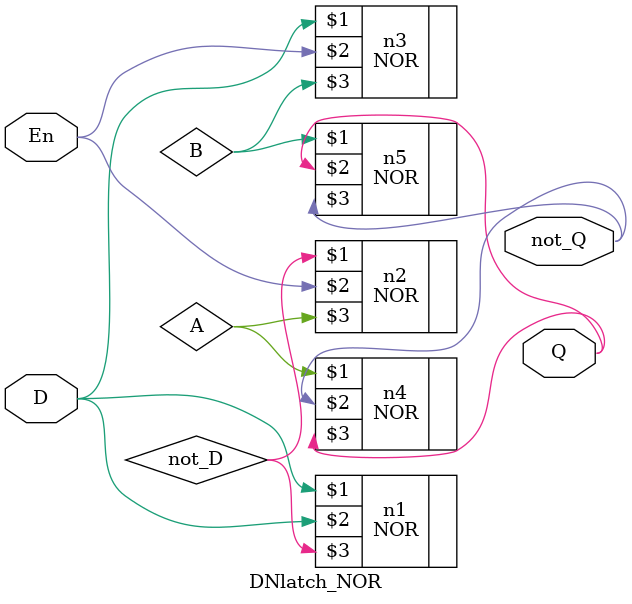
<source format=v>
`timescale 1ns / 1ps
module DNlatch_NOR(
    input En,
    input D,
    output Q,
    output not_Q
    );
	 
	 wire not_D,A,B ;
	 
	 NOR n1(D,D,not_D);	 
	 NOR n2(not_D,En,A);
	 NOR n3(D,En,B);
	 NOR n4(A,not_Q,Q);
	 NOR n5(B,Q,not_Q);


endmodule

</source>
